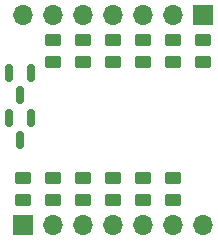
<source format=gbr>
%TF.GenerationSoftware,KiCad,Pcbnew,(6.0.2)*%
%TF.CreationDate,2023-02-28T22:47:18+08:00*%
%TF.ProjectId,OR_gate,4f525f67-6174-4652-9e6b-696361645f70,rev?*%
%TF.SameCoordinates,Original*%
%TF.FileFunction,Soldermask,Bot*%
%TF.FilePolarity,Negative*%
%FSLAX46Y46*%
G04 Gerber Fmt 4.6, Leading zero omitted, Abs format (unit mm)*
G04 Created by KiCad (PCBNEW (6.0.2)) date 2023-02-28 22:47:18*
%MOMM*%
%LPD*%
G01*
G04 APERTURE LIST*
G04 Aperture macros list*
%AMRoundRect*
0 Rectangle with rounded corners*
0 $1 Rounding radius*
0 $2 $3 $4 $5 $6 $7 $8 $9 X,Y pos of 4 corners*
0 Add a 4 corners polygon primitive as box body*
4,1,4,$2,$3,$4,$5,$6,$7,$8,$9,$2,$3,0*
0 Add four circle primitives for the rounded corners*
1,1,$1+$1,$2,$3*
1,1,$1+$1,$4,$5*
1,1,$1+$1,$6,$7*
1,1,$1+$1,$8,$9*
0 Add four rect primitives between the rounded corners*
20,1,$1+$1,$2,$3,$4,$5,0*
20,1,$1+$1,$4,$5,$6,$7,0*
20,1,$1+$1,$6,$7,$8,$9,0*
20,1,$1+$1,$8,$9,$2,$3,0*%
G04 Aperture macros list end*
%ADD10R,1.700000X1.700000*%
%ADD11O,1.700000X1.700000*%
%ADD12RoundRect,0.250000X-0.450000X0.262500X-0.450000X-0.262500X0.450000X-0.262500X0.450000X0.262500X0*%
%ADD13RoundRect,0.150000X-0.150000X0.587500X-0.150000X-0.587500X0.150000X-0.587500X0.150000X0.587500X0*%
%ADD14RoundRect,0.250000X0.450000X-0.262500X0.450000X0.262500X-0.450000X0.262500X-0.450000X-0.262500X0*%
G04 APERTURE END LIST*
D10*
%TO.C,J1*%
X81280000Y-43180000D03*
D11*
X78740000Y-43180000D03*
X76200000Y-43180000D03*
X73660000Y-43180000D03*
X71120000Y-43180000D03*
X68580000Y-43180000D03*
X66040000Y-43180000D03*
%TD*%
D10*
%TO.C,J2*%
X66040000Y-60960000D03*
D11*
X68580000Y-60960000D03*
X71120000Y-60960000D03*
X73660000Y-60960000D03*
X76200000Y-60960000D03*
X78740000Y-60960000D03*
X81280000Y-60960000D03*
%TD*%
D12*
%TO.C,R5*%
X71120000Y-45315500D03*
X71120000Y-47140500D03*
%TD*%
D13*
%TO.C,Q6*%
X64836000Y-51894500D03*
X66736000Y-51894500D03*
X65786000Y-53769500D03*
%TD*%
D14*
%TO.C,R3*%
X66040000Y-58824500D03*
X66040000Y-56999500D03*
%TD*%
%TO.C,R8*%
X78740000Y-58824500D03*
X78740000Y-56999500D03*
%TD*%
%TO.C,R12*%
X73660000Y-58824500D03*
X73660000Y-56999500D03*
%TD*%
D12*
%TO.C,R6*%
X81280000Y-45315500D03*
X81280000Y-47140500D03*
%TD*%
%TO.C,R1*%
X68580000Y-45315500D03*
X68580000Y-47140500D03*
%TD*%
D14*
%TO.C,R10*%
X71120000Y-58824500D03*
X71120000Y-56999500D03*
%TD*%
D13*
%TO.C,Q5*%
X64836000Y-48084500D03*
X66736000Y-48084500D03*
X65786000Y-49959500D03*
%TD*%
D14*
%TO.C,R7*%
X68580000Y-58824500D03*
X68580000Y-56999500D03*
%TD*%
D12*
%TO.C,R11*%
X76200000Y-45315500D03*
X76200000Y-47140500D03*
%TD*%
D14*
%TO.C,R4*%
X76200000Y-58824500D03*
X76200000Y-56999500D03*
%TD*%
D12*
%TO.C,R9*%
X73660000Y-45315500D03*
X73660000Y-47140500D03*
%TD*%
%TO.C,R2*%
X78740000Y-45315500D03*
X78740000Y-47140500D03*
%TD*%
M02*

</source>
